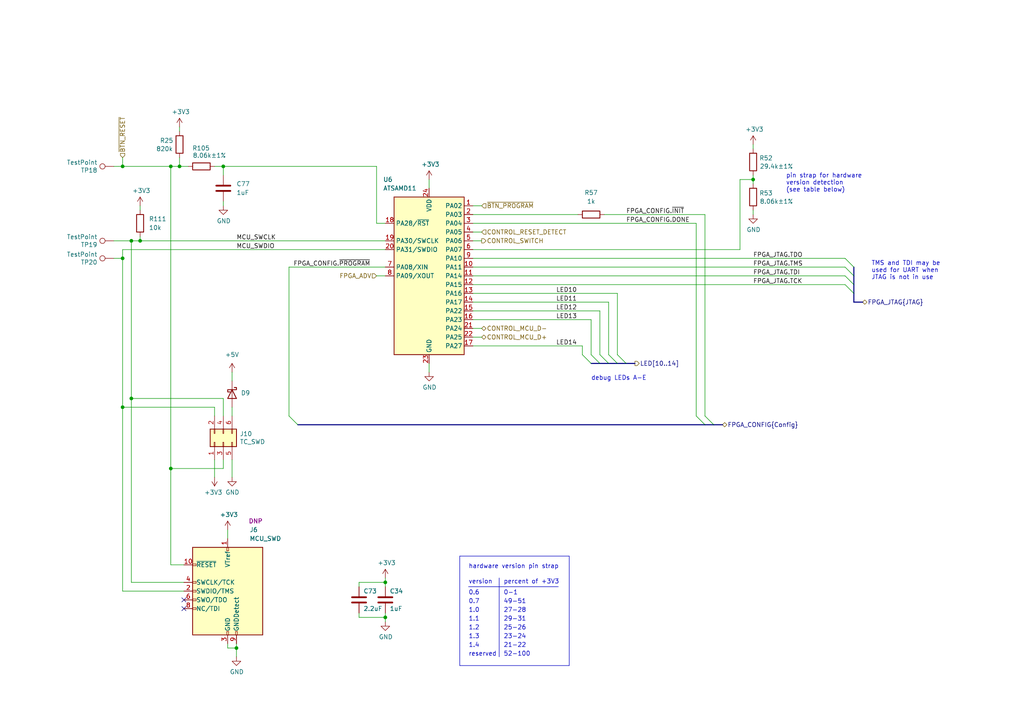
<source format=kicad_sch>
(kicad_sch (version 20230121) (generator eeschema)
  (paper "A4")
  (title_block (title "Cynthion") (date "${DATE}") (rev "${VERSION}") (company "Copyright 2019-2023 Great Scott Gadgets") (comment 1 "Licensed under the CERN-OHL-P v2"))
  (lib_symbols
    (symbol "Connector:Conn_ARM_JTAG_SWD_10" (pin_names (offset 1.016))
      (property "Reference" "J" (at -2.54 16.51 0))
      (property "Value" "Conn_ARM_JTAG_SWD_10" (at -2.54 13.97 0))
      (symbol "Conn_ARM_JTAG_SWD_10_0_1"
        (rectangle (start -10.16 12.7) (end 10.16 -12.7) (stroke (width 0.254)) (fill (type background)))
        (rectangle (start -2.794 -12.7) (end -2.286 -11.684))
        (rectangle (start -0.254 -12.7) (end 0.254 -11.684))
        (rectangle (start -0.254 12.7) (end 0.254 11.684))
        (rectangle (start 9.144 2.286) (end 10.16 2.794))
        (rectangle (start 10.16 -2.794) (end 9.144 -2.286))
        (rectangle (start 10.16 -0.254) (end 9.144 0.254))
        (rectangle (start 10.16 7.874) (end 9.144 7.366))
      )
      (symbol "Conn_ARM_JTAG_SWD_10_1_1"
        (rectangle (start 9.144 -5.334) (end 10.16 -4.826))
        (pin power_in line (at 0 15.24 270) (length 2.54) (name "VTref") (number "1"))
        (pin open_collector line (at 12.7 7.62 180) (length 2.54) (name "~{RESET}") (number "10"))
        (pin bidirectional line (at 12.7 0 180) (length 2.54) (name "SWDIO/TMS") (number "2"))
        (pin power_in line (at 0 -15.24 90) (length 2.54) (name "GND") (number "3"))
        (pin output line (at 12.7 2.54 180) (length 2.54) (name "SWCLK/TCK") (number "4"))
        (pin passive line (at 0 -15.24 90) (length 2.54) hide (name "GND") (number "5"))
        (pin input line (at 12.7 -2.54 180) (length 2.54) (name "SWO/TDO") (number "6"))
        (pin no_connect line (at -10.16 0 0) (length 2.54) hide (name "KEY") (number "7"))
        (pin output line (at 12.7 -5.08 180) (length 2.54) (name "NC/TDI") (number "8"))
        (pin passive line (at -2.54 -15.24 90) (length 2.54) (name "GNDDetect") (number "9"))
      )
    )
    (symbol "Connector:TestPoint" (pin_numbers hide) (pin_names (offset 0.762) hide)
      (property "Reference" "TP" (at 0 6.858 0))
      (property "Value" "TestPoint" (at 0 5.08 0))
      (symbol "TestPoint_0_1"
        (circle (center 0 3.302) (radius 0.762))
      )
      (symbol "TestPoint_1_1"
        (pin passive line (at 0 0 90) (length 2.54) (name "1") (number "1"))
      )
    )
    (symbol "Connector_Generic:Conn_02x03_Odd_Even" (pin_names (offset 1.016) hide)
      (property "Reference" "J" (at 1.27 5.08 0))
      (property "Value" "Conn_02x03_Odd_Even" (at 1.27 -5.08 0))
      (symbol "Conn_02x03_Odd_Even_1_1"
        (rectangle (start -1.27 -2.413) (end 0 -2.667) (stroke (width 0.1524)))
        (rectangle (start -1.27 0.127) (end 0 -0.127) (stroke (width 0.1524)))
        (rectangle (start -1.27 2.667) (end 0 2.413) (stroke (width 0.1524)))
        (rectangle (start -1.27 3.81) (end 3.81 -3.81) (stroke (width 0.254)) (fill (type background)))
        (rectangle (start 3.81 -2.413) (end 2.54 -2.667) (stroke (width 0.1524)))
        (rectangle (start 3.81 0.127) (end 2.54 -0.127) (stroke (width 0.1524)))
        (rectangle (start 3.81 2.667) (end 2.54 2.413) (stroke (width 0.1524)))
        (pin passive line (at -5.08 2.54 0) (length 3.81) (name "Pin_1") (number "1"))
        (pin passive line (at 7.62 2.54 180) (length 3.81) (name "Pin_2") (number "2"))
        (pin passive line (at -5.08 0 0) (length 3.81) (name "Pin_3") (number "3"))
        (pin passive line (at 7.62 0 180) (length 3.81) (name "Pin_4") (number "4"))
        (pin passive line (at -5.08 -2.54 0) (length 3.81) (name "Pin_5") (number "5"))
        (pin passive line (at 7.62 -2.54 180) (length 3.81) (name "Pin_6") (number "6"))
      )
    )
    (symbol "Device:C" (pin_numbers hide) (pin_names (offset 0.254))
      (property "Reference" "C" (at 0.635 2.54 0))
      (property "Value" "C" (at 0.635 -2.54 0))
      (symbol "C_0_1"
        (polyline (pts (xy -2.032 -0.762) (xy 2.032 -0.762)) (stroke (width 0.508)))
        (polyline (pts (xy -2.032 0.762) (xy 2.032 0.762)) (stroke (width 0.508)))
      )
      (symbol "C_1_1"
        (pin passive line (at 0 3.81 270) (length 2.794) (name "~") (number "1"))
        (pin passive line (at 0 -3.81 90) (length 2.794) (name "~") (number "2"))
      )
    )
    (symbol "Device:D_Schottky" (pin_numbers hide) (pin_names (offset 1.016) hide)
      (property "Reference" "D" (at 0 2.54 0))
      (property "Value" "D_Schottky" (at 0 -2.54 0))
      (symbol "D_Schottky_0_1"
        (polyline (pts (xy 1.27 0) (xy -1.27 0)))
        (polyline (pts (xy 1.27 1.27) (xy 1.27 -1.27) (xy -1.27 0) (xy 1.27 1.27)) (stroke (width 0.254)))
        (polyline (pts (xy -1.905 0.635) (xy -1.905 1.27) (xy -1.27 1.27) (xy -1.27 -1.27) (xy -0.635 -1.27) (xy -0.635 -0.635)) (stroke (width 0.254)))
      )
      (symbol "D_Schottky_1_1"
        (pin passive line (at -3.81 0 0) (length 2.54) (name "K") (number "1"))
        (pin passive line (at 3.81 0 180) (length 2.54) (name "A") (number "2"))
      )
    )
    (symbol "Device:R" (pin_numbers hide) (pin_names (offset 0))
      (property "Reference" "R" (at 2.032 0 90))
      (property "Value" "R" (at 0 0 90))
      (symbol "R_0_1"
        (rectangle (start -1.016 -2.54) (end 1.016 2.54) (stroke (width 0.254)))
      )
      (symbol "R_1_1"
        (pin passive line (at 0 3.81 270) (length 1.27) (name "~") (number "1"))
        (pin passive line (at 0 -3.81 90) (length 1.27) (name "~") (number "2"))
      )
    )
    (symbol "MCU_Microchip_SAMD:ATSAMD11D14A-M"
      (property "Reference" "U" (at -10.16 24.13 0))
      (property "Value" "ATSAMD11D14A-M" (at 1.27 24.13 0))
      (symbol "ATSAMD11D14A-M_0_1"
        (rectangle (start -10.16 22.86) (end 10.16 -22.86) (stroke (width 0.254)) (fill (type background)))
      )
      (symbol "ATSAMD11D14A-M_1_1"
        (pin bidirectional line (at 12.7 20.32 180) (length 2.54) (name "PA02") (number "1"))
        (pin bidirectional line (at 12.7 2.54 180) (length 2.54) (name "PA11") (number "10"))
        (pin bidirectional line (at 12.7 0 180) (length 2.54) (name "PA14") (number "11"))
        (pin bidirectional line (at 12.7 -2.54 180) (length 2.54) (name "PA15") (number "12"))
        (pin bidirectional line (at 12.7 -5.08 180) (length 2.54) (name "PA16") (number "13"))
        (pin bidirectional line (at 12.7 -7.62 180) (length 2.54) (name "PA17") (number "14"))
        (pin bidirectional line (at 12.7 -10.16 180) (length 2.54) (name "PA22") (number "15"))
        (pin bidirectional line (at 12.7 -12.7 180) (length 2.54) (name "PA23") (number "16"))
        (pin bidirectional line (at 12.7 -20.32 180) (length 2.54) (name "PA27") (number "17"))
        (pin bidirectional line (at -12.7 15.24 0) (length 2.54) (name "PA28/~{RST}") (number "18"))
        (pin bidirectional line (at -12.7 10.16 0) (length 2.54) (name "PA30/SWCLK") (number "19"))
        (pin bidirectional line (at 12.7 17.78 180) (length 2.54) (name "PA03") (number "2"))
        (pin bidirectional line (at -12.7 7.62 0) (length 2.54) (name "PA31/SWDIO") (number "20"))
        (pin bidirectional line (at 12.7 -15.24 180) (length 2.54) (name "PA24") (number "21"))
        (pin bidirectional line (at 12.7 -17.78 180) (length 2.54) (name "PA25") (number "22"))
        (pin power_in line (at 0 -25.4 90) (length 2.54) (name "GND") (number "23"))
        (pin power_in line (at 0 25.4 270) (length 2.54) (name "VDD") (number "24"))
        (pin bidirectional line (at 12.7 15.24 180) (length 2.54) (name "PA04") (number "3"))
        (pin bidirectional line (at 12.7 12.7 180) (length 2.54) (name "PA05") (number "4"))
        (pin bidirectional line (at 12.7 10.16 180) (length 2.54) (name "PA06") (number "5"))
        (pin bidirectional line (at 12.7 7.62 180) (length 2.54) (name "PA07") (number "6"))
        (pin bidirectional line (at -12.7 2.54 0) (length 2.54) (name "PA08/XIN") (number "7"))
        (pin bidirectional line (at -12.7 0 0) (length 2.54) (name "PA09/XOUT") (number "8"))
        (pin bidirectional line (at 12.7 5.08 180) (length 2.54) (name "PA10") (number "9"))
      )
    )
    (symbol "power:+3V3" (power) (pin_names (offset 0))
      (property "Value" "+3V3" (at 0 3.556 0))
      (symbol "+3V3_0_1"
        (polyline (pts (xy -0.762 1.27) (xy 0 2.54)))
        (polyline (pts (xy 0 0) (xy 0 2.54)))
        (polyline (pts (xy 0 2.54) (xy 0.762 1.27)))
      )
      (symbol "+3V3_1_1"
        (pin power_in line (at 0 0 90) (length 0) hide (name "+3V3") (number "1"))
      )
    )
    (symbol "power:+5V" (power) (pin_names (offset 0))
      (property "Value" "+5V" (at 0 3.556 0))
      (symbol "+5V_0_1"
        (polyline (pts (xy -0.762 1.27) (xy 0 2.54)))
        (polyline (pts (xy 0 0) (xy 0 2.54)))
        (polyline (pts (xy 0 2.54) (xy 0.762 1.27)))
      )
      (symbol "+5V_1_1"
        (pin power_in line (at 0 0 90) (length 0) hide (name "+5V") (number "1"))
      )
    )
    (symbol "power:GND" (power) (pin_names (offset 0))
      (property "Value" "GND" (at 0 -3.81 0))
      (symbol "GND_0_1"
        (polyline (pts (xy 0 0) (xy 0 -1.27) (xy 1.27 -1.27) (xy 0 -2.54) (xy -1.27 -1.27) (xy 0 -1.27)))
      )
      (symbol "GND_1_1"
        (pin power_in line (at 0 0 270) (length 0) hide (name "GND") (number "1"))
      )
    )
  )
  (junction (at 52.07 48.26))
  (junction (at 38.1 69.85))
  (junction (at 38.1 115.57))
  (junction (at 111.76 179.07))
  (junction (at 35.56 48.26))
  (junction (at 218.44 52.07))
  (junction (at 35.56 118.11))
  (junction (at 64.77 48.26))
  (junction (at 40.64 69.85))
  (junction (at 111.76 168.91))
  (junction (at 35.56 74.93))
  (junction (at 68.58 187.96))
  (junction (at 49.53 48.26))
  (junction (at 49.53 135.89))
  (no_connect (at 53.34 173.99))
  (no_connect (at 53.34 176.53))
  (bus_entry (at 245.11 74.93) (size 2.54 2.54))
  (bus_entry (at 179.07 102.87) (size 2.54 2.54))
  (bus_entry (at 168.91 102.87) (size 2.54 2.54))
  (bus_entry (at 204.47 120.65) (size 2.54 2.54))
  (bus_entry (at 176.53 102.87) (size 2.54 2.54))
  (bus_entry (at 245.11 82.55) (size 2.54 2.54))
  (bus_entry (at 171.45 102.87) (size 2.54 2.54))
  (bus_entry (at 245.11 80.01) (size 2.54 2.54))
  (bus_entry (at 83.82 120.65) (size 2.54 2.54))
  (bus_entry (at 245.11 77.47) (size 2.54 2.54))
  (bus_entry (at 201.93 120.65) (size 2.54 2.54))
  (bus_entry (at 173.99 102.87) (size 2.54 2.54))
  (wire (pts (xy 109.22 64.77) (xy 111.76 64.77)))
  (wire (pts (xy 49.53 163.83) (xy 53.34 163.83)))
  (bus (pts (xy 247.65 85.09) (xy 247.65 87.63)))
  (wire (pts (xy 137.16 85.09) (xy 179.07 85.09)))
  (wire (pts (xy 38.1 69.85) (xy 40.64 69.85)))
  (bus (pts (xy 181.61 105.41) (xy 184.15 105.41)))
  (wire (pts (xy 111.76 170.18) (xy 111.76 168.91)))
  (polyline (pts (xy 133.35 161.29) (xy 165.1 161.29)))
  (wire (pts (xy 68.58 187.96) (xy 68.58 190.5)))
  (wire (pts (xy 62.23 120.65) (xy 62.23 118.11)))
  (bus (pts (xy 171.45 105.41) (xy 173.99 105.41)))
  (bus (pts (xy 173.99 105.41) (xy 176.53 105.41)))
  (wire (pts (xy 204.47 62.23) (xy 204.47 120.65)))
  (wire (pts (xy 104.14 168.91) (xy 104.14 170.18)))
  (wire (pts (xy 171.45 92.71) (xy 171.45 102.87)))
  (bus (pts (xy 179.07 105.41) (xy 181.61 105.41)))
  (polyline (pts (xy 133.35 161.29) (xy 133.35 193.04)))
  (wire (pts (xy 83.82 77.47) (xy 83.82 120.65)))
  (wire (pts (xy 137.16 59.69) (xy 139.7 59.69)))
  (bus (pts (xy 86.36 123.19) (xy 204.47 123.19)))
  (wire (pts (xy 176.53 87.63) (xy 176.53 102.87)))
  (wire (pts (xy 218.44 62.23) (xy 218.44 60.96)))
  (wire (pts (xy 67.31 107.95) (xy 67.31 110.49)))
  (bus (pts (xy 247.65 82.55) (xy 247.65 85.09)))
  (polyline (pts (xy 165.1 161.29) (xy 165.1 193.04)))
  (wire (pts (xy 104.14 177.8) (xy 104.14 179.07)))
  (wire (pts (xy 201.93 64.77) (xy 201.93 120.65)))
  (wire (pts (xy 137.16 100.33) (xy 168.91 100.33)))
  (wire (pts (xy 139.7 69.85) (xy 137.16 69.85)))
  (wire (pts (xy 201.93 64.77) (xy 137.16 64.77)))
  (wire (pts (xy 179.07 85.09) (xy 179.07 102.87)))
  (wire (pts (xy 218.44 43.18) (xy 218.44 41.91)))
  (wire (pts (xy 124.46 52.07) (xy 124.46 54.61)))
  (wire (pts (xy 62.23 133.35) (xy 62.23 138.43)))
  (wire (pts (xy 64.77 120.65) (xy 64.77 115.57)))
  (wire (pts (xy 83.82 77.47) (xy 111.76 77.47)))
  (wire (pts (xy 49.53 135.89) (xy 49.53 163.83)))
  (wire (pts (xy 49.53 48.26) (xy 49.53 135.89)))
  (wire (pts (xy 111.76 179.07) (xy 111.76 177.8)))
  (wire (pts (xy 109.22 48.26) (xy 109.22 64.77)))
  (wire (pts (xy 68.58 186.69) (xy 68.58 187.96)))
  (wire (pts (xy 168.91 100.33) (xy 168.91 102.87)))
  (wire (pts (xy 175.26 62.23) (xy 204.47 62.23)))
  (wire (pts (xy 52.07 45.72) (xy 52.07 48.26)))
  (wire (pts (xy 35.56 72.39) (xy 35.56 74.93)))
  (wire (pts (xy 214.63 72.39) (xy 137.16 72.39)))
  (wire (pts (xy 40.64 69.85) (xy 111.76 69.85)))
  (wire (pts (xy 62.23 118.11) (xy 35.56 118.11)))
  (polyline (pts (xy 135.89 170.18) (xy 161.925 170.18)))
  (wire (pts (xy 245.11 80.01) (xy 137.16 80.01)))
  (bus (pts (xy 204.47 123.19) (xy 207.01 123.19)))
  (polyline (pts (xy 165.1 193.04) (xy 133.35 193.04)))
  (wire (pts (xy 137.16 82.55) (xy 245.11 82.55)))
  (wire (pts (xy 66.04 153.67) (xy 66.04 156.21)))
  (wire (pts (xy 139.7 95.25) (xy 137.16 95.25)))
  (wire (pts (xy 33.02 69.85) (xy 38.1 69.85)))
  (wire (pts (xy 124.46 105.41) (xy 124.46 107.95)))
  (wire (pts (xy 33.02 48.26) (xy 35.56 48.26)))
  (wire (pts (xy 111.76 180.34) (xy 111.76 179.07)))
  (wire (pts (xy 137.16 87.63) (xy 176.53 87.63)))
  (bus (pts (xy 247.65 77.47) (xy 247.65 80.01)))
  (wire (pts (xy 137.16 97.79) (xy 139.7 97.79)))
  (wire (pts (xy 218.44 52.07) (xy 218.44 50.8)))
  (wire (pts (xy 64.77 135.89) (xy 49.53 135.89)))
  (wire (pts (xy 67.31 120.65) (xy 67.31 118.11)))
  (wire (pts (xy 111.76 168.91) (xy 111.76 167.64)))
  (wire (pts (xy 218.44 53.34) (xy 218.44 52.07)))
  (bus (pts (xy 247.65 80.01) (xy 247.65 82.55)))
  (wire (pts (xy 173.99 90.17) (xy 173.99 102.87)))
  (wire (pts (xy 109.22 80.01) (xy 111.76 80.01)))
  (wire (pts (xy 64.77 59.69) (xy 64.77 58.42)))
  (wire (pts (xy 66.04 186.69) (xy 66.04 187.96)))
  (wire (pts (xy 66.04 187.96) (xy 68.58 187.96)))
  (wire (pts (xy 62.23 48.26) (xy 64.77 48.26)))
  (wire (pts (xy 137.16 62.23) (xy 167.64 62.23)))
  (wire (pts (xy 214.63 52.07) (xy 214.63 72.39)))
  (wire (pts (xy 35.56 171.45) (xy 53.34 171.45)))
  (wire (pts (xy 40.64 60.96) (xy 40.64 59.69)))
  (wire (pts (xy 137.16 90.17) (xy 173.99 90.17)))
  (wire (pts (xy 38.1 115.57) (xy 38.1 168.91)))
  (wire (pts (xy 40.64 69.85) (xy 40.64 68.58)))
  (wire (pts (xy 52.07 36.83) (xy 52.07 38.1)))
  (wire (pts (xy 137.16 74.93) (xy 245.11 74.93)))
  (wire (pts (xy 35.56 74.93) (xy 35.56 118.11)))
  (wire (pts (xy 67.31 133.35) (xy 67.31 138.43)))
  (wire (pts (xy 35.56 45.72) (xy 35.56 48.26)))
  (bus (pts (xy 176.53 105.41) (xy 179.07 105.41)))
  (wire (pts (xy 139.7 67.31) (xy 137.16 67.31)))
  (wire (pts (xy 137.16 92.71) (xy 171.45 92.71)))
  (wire (pts (xy 218.44 52.07) (xy 214.63 52.07)))
  (polyline (pts (xy 144.78 167.64) (xy 144.78 190.5)))
  (wire (pts (xy 64.77 133.35) (xy 64.77 135.89)))
  (wire (pts (xy 38.1 69.85) (xy 38.1 115.57)))
  (wire (pts (xy 33.02 74.93) (xy 35.56 74.93)))
  (bus (pts (xy 207.01 123.19) (xy 209.55 123.19)))
  (wire (pts (xy 137.16 77.47) (xy 245.11 77.47)))
  (wire (pts (xy 35.56 118.11) (xy 35.56 171.45)))
  (wire (pts (xy 35.56 72.39) (xy 111.76 72.39)))
  (wire (pts (xy 49.53 48.26) (xy 52.07 48.26)))
  (wire (pts (xy 111.76 168.91) (xy 104.14 168.91)))
  (wire (pts (xy 64.77 115.57) (xy 38.1 115.57)))
  (wire (pts (xy 35.56 48.26) (xy 49.53 48.26)))
  (wire (pts (xy 64.77 50.8) (xy 64.77 48.26)))
  (wire (pts (xy 104.14 179.07) (xy 111.76 179.07)))
  (wire (pts (xy 64.77 48.26) (xy 109.22 48.26)))
  (bus (pts (xy 250.19 87.63) (xy 247.65 87.63)))
  (wire (pts (xy 38.1 168.91) (xy 53.34 168.91)))
  (wire (pts (xy 54.61 48.26) (xy 52.07 48.26)))
  (text "1.4" (at 135.89 187.96 0) (effects (font (size 1.27 1.27)) (justify left bottom)))
  (text "debug LEDs A-E" (at 171.45 110.49 0) (effects (font (size 1.27 1.27)) (justify left bottom)))
  (text "reserved" (at 135.89 190.5 0) (effects (font (size 1.27 1.27)) (justify left bottom)))
  (text "27-28" (at 146.05 177.8 0) (effects (font (size 1.27 1.27)) (justify left bottom)))
  (text "52-100" (at 146.05 190.5 0) (effects (font (size 1.27 1.27)) (justify left bottom)))
  (text "version" (at 135.89 169.545 0) (effects (font (size 1.27 1.27)) (justify left bottom)))
  (text "25-26" (at 146.05 182.88 0) (effects (font (size 1.27 1.27)) (justify left bottom)))
  (text "percent of +3V3" (at 146.05 169.545 0) (effects (font (size 1.27 1.27)) (justify left bottom)))
  (text "TMS and TDI may be\nused for UART when\nJTAG is not in use" (at 252.73 81.28 0) (effects (font (size 1.27 1.27)) (justify left bottom)))
  (text "29-31" (at 146.05 180.34 0) (effects (font (size 1.27 1.27)) (justify left bottom)))
  (text "0.6" (at 135.89 172.72 0) (effects (font (size 1.27 1.27)) (justify left bottom)))
  (text "0-1" (at 146.05 172.72 0) (effects (font (size 1.27 1.27)) (justify left bottom)))
  (text "1.0" (at 135.89 177.8 0) (effects (font (size 1.27 1.27)) (justify left bottom)))
  (text "23-24" (at 146.05 185.42 0) (effects (font (size 1.27 1.27)) (justify left bottom)))
  (text "pin strap for hardware\nversion detection\n(see table below)" (at 227.965 55.88 0) (effects (font (size 1.27 1.27)) (justify left bottom)))
  (text "49-51" (at 146.05 175.26 0) (effects (font (size 1.27 1.27)) (justify left bottom)))
  (text "1.2" (at 135.89 182.88 0) (effects (font (size 1.27 1.27)) (justify left bottom)))
  (text "0.7" (at 135.89 175.26 0) (effects (font (size 1.27 1.27)) (justify left bottom)))
  (text "1.3" (at 135.89 185.42 0) (effects (font (size 1.27 1.27)) (justify left bottom)))
  (text "21-22" (at 146.05 187.96 0) (effects (font (size 1.27 1.27)) (justify left bottom)))
  (text "1.1" (at 135.89 180.34 0) (effects (font (size 1.27 1.27)) (justify left bottom)))
  (text "hardware version pin strap" (at 135.89 165.1 0) (effects (font (size 1.27 1.27)) (justify left bottom)))
  (label "LED10" (at 161.29 85.09 0))
  (label "MCU_SWCLK" (at 68.58 69.85 0))
  (label "LED11" (at 161.29 87.63 0))
  (label "FPGA_CONFIG.DONE" (at 181.61 64.77 0))
  (label "MCU_SWDIO" (at 68.58 72.39 0))
  (label "FPGA_CONFIG.~{INIT}" (at 181.61 62.23 0))
  (label "FPGA_JTAG.TMS" (at 218.44 77.47 0))
  (label "FPGA_JTAG.TCK" (at 218.44 82.55 0))
  (label "LED13" (at 161.29 92.71 0))
  (label "FPGA_CONFIG.~{PROGRAM}" (at 85.09 77.47 0))
  (label "FPGA_JTAG.TDO" (at 218.44 74.93 0))
  (label "LED14" (at 161.29 100.33 0))
  (label "LED12" (at 161.29 90.17 0))
  (label "FPGA_JTAG.TDI" (at 218.44 80.01 0))
  (hierarchical_label "~{BTN_PROGRAM}" (shape input) (at 139.7 59.69 0))
  (hierarchical_label "~{BTN_RESET}" (shape input) (at 35.56 45.72 90))
  (hierarchical_label "CONTROL_MCU_D+" (shape bidirectional) (at 139.7 97.79 0))
  (hierarchical_label "FPGA_CONFIG{Config}" (shape bidirectional) (at 209.55 123.19 0))
  (hierarchical_label "CONTROL_MCU_D-" (shape bidirectional) (at 139.7 95.25 0))
  (hierarchical_label "LED[10..14]" (shape output) (at 184.15 105.41 0))
  (hierarchical_label "FPGA_JTAG{JTAG}" (shape bidirectional) (at 250.19 87.63 0))
  (hierarchical_label "CONTROL_SWITCH" (shape output) (at 139.7 69.85 0))
  (hierarchical_label "FPGA_ADV" (shape input) (at 109.22 80.01 180))
  (hierarchical_label "CONTROL_RESET_DETECT" (shape input) (at 139.7 67.31 0))
  (symbol (lib_id "Connector:Conn_ARM_JTAG_SWD_10") (at 66.04 171.45 0) (mirror y) (unit 1)
    (property "Reference" "J6" (at 72.39 153.67 0) (effects (justify right)))
    (property "Value" "MCU_SWD" (at 72.39 156.21 0) (effects (justify right)))
    (property "Footprint" "cynthion:SWD_CONNECTOR_LARGE_BOX" (effects hide))
    (property "Datasheet" "http://infocenter.arm.com/help/topic/com.arm.doc.ddi0314h/DDI0314H_coresight_components_trm.pdf" (effects hide))
    (property "Description" "CONN HEADER VERT 10POS 1.27MM" (effects hide))
    (property "Manufacturer" "Samtec" (effects hide))
    (property "Part Number" "FTSH-105-01-F-D-K" (effects hide))
    (property "DNP" "DNP" (at 76.2 151.13 0) (effects (justify left)))
  )
  (symbol (lib_id "power:GND") (at 68.58 190.5 0) (unit 1)
    (property "Reference" "#PWR0139" (effects hide))
    (property "Value" "GND" (at 68.6816 194.8688 0))
  )
  (symbol (lib_id "power:+3V3") (at 66.04 153.67 0) (unit 1)
    (property "Reference" "#PWR0133" (effects hide))
    (property "Value" "+3V3" (at 66.3956 149.2758 0))
  )
  (symbol (lib_id "Device:C") (at 111.76 173.99 0) (unit 1)
    (property "Reference" "C34" (at 113.03 171.45 0) (effects (justify left)))
    (property "Value" "1uF" (at 113.03 176.53 0) (effects (justify left)))
    (property "Footprint" "Capacitor_SMD:C_0402_1005Metric" (effects hide))
    (property "Part Number" "CL05A105MQ5NNNC" (effects hide))
    (property "Substitution" "CL05A105KQ5NNNC, CL05A105KP5NNNC, CL05A105KO5NNNC" (effects hide))
    (property "Description" "CAP CER 1UF 6.3V X5R 0402 20%" (effects hide))
    (property "Manufacturer" "Samsung" (effects hide))
  )
  (symbol (lib_id "power:GND") (at 111.76 180.34 0) (unit 1)
    (property "Reference" "#PWR0138" (effects hide))
    (property "Value" "GND" (at 111.887 184.7342 0))
  )
  (symbol (lib_id "power:+3V3") (at 111.76 167.64 0) (unit 1)
    (property "Reference" "#PWR0136" (effects hide))
    (property "Value" "+3V3" (at 112.141 163.2458 0))
  )
  (symbol (lib_id "power:GND") (at 124.46 107.95 0) (unit 1)
    (property "Reference" "#PWR0103" (effects hide))
    (property "Value" "GND" (at 124.587 112.3442 0))
  )
  (symbol (lib_id "Device:R") (at 52.07 41.91 0) (mirror y) (unit 1)
    (property "Reference" "R25" (at 50.292 40.767 0) (effects (justify left)))
    (property "Value" "820k" (at 50.165 43.18 0) (effects (justify left)))
    (property "Footprint" "Resistor_SMD:R_0402_1005Metric" (effects hide))
    (property "Part Number" "RC0402JR-07820KL" (effects hide))
    (property "Substitution" "any equivalent" (effects hide))
    (property "Description" "RES 820K OHM 5% 1/16W 0402" (effects hide))
    (property "Manufacturer" "Yageo" (effects hide))
  )
  (symbol (lib_id "power:+3V3") (at 52.07 36.83 0) (unit 1)
    (property "Reference" "#PWR09" (effects hide))
    (property "Value" "+3V3" (at 52.4256 32.4358 0))
  )
  (symbol (lib_id "MCU_Microchip_SAMD:ATSAMD11D14A-M") (at 124.46 80.01 0) (unit 1)
    (property "Reference" "U6" (at 111.125 52.07 0) (effects (justify left)))
    (property "Value" "ATSAMD11" (at 111.125 54.61 0) (effects (justify left)))
    (property "Footprint" "Package_DFN_QFN:QFN-24-1EP_4x4mm_P0.5mm_EP2.6x2.6mm" (effects hide))
    (property "Datasheet" "http://ww1.microchip.com/downloads/en/DeviceDoc/Atmel-42363-SAM-D11_Datasheet.pdf" (effects hide))
    (property "Description" "IC MCU 32BIT 16KB FLASH 24QFN" (effects hide))
    (property "Manufacturer" "Microchip" (effects hide))
    (property "Part Number" "ATSAMD11D14A-MUT" (effects hide))
    (property "Substitution" "ATSAMD11D14A-MNT" (effects hide))
  )
  (symbol (lib_id "power:+3V3") (at 124.46 52.07 0) (unit 1)
    (property "Reference" "#PWR044" (effects hide))
    (property "Value" "+3V3" (at 124.841 47.6758 0))
  )
  (symbol (lib_id "Connector_Generic:Conn_02x03_Odd_Even") (at 64.77 128.27 90) (unit 1) (in_bom no)
    (property "Reference" "J10" (at 69.5452 125.8316 90) (effects (justify right)))
    (property "Value" "TC_SWD" (at 69.5452 128.143 90) (effects (justify right)))
    (property "Footprint" "Connector:Tag-Connect_TC2030-IDC-FP_2x03_P1.27mm_Vertical" (effects hide))
    (property "Datasheet" "https://www.tag-connect.com/wp-content/uploads/bsk-pdf-manager/TC2030-CTX_1.pdf" (effects hide))
    (property "Manufacturer" "Tag-Connect" (effects hide))
    (property "Part Number" "TC2030-CTX" (effects hide))
    (property "Substitution" "TC2030-IDC" (effects hide))
    (property "Description" "CABLE ADAPTER 6 POS" (effects hide))
  )
  (symbol (lib_id "power:+3V3") (at 62.23 138.43 180) (unit 1)
    (property "Reference" "#PWR0112" (effects hide))
    (property "Value" "+3V3" (at 61.8744 142.8242 0))
  )
  (symbol (lib_id "power:GND") (at 67.31 138.43 0) (unit 1)
    (property "Reference" "#PWR0131" (effects hide))
    (property "Value" "GND" (at 67.4116 142.7988 0))
  )
  (symbol (lib_id "power:+5V") (at 67.31 107.95 0) (unit 1)
    (property "Reference" "#PWR096" (effects hide))
    (property "Value" "+5V" (at 67.31 102.87 0))
  )
  (symbol (lib_id "Device:D_Schottky") (at 67.31 114.3 270) (unit 1)
    (property "Reference" "D9" (at 69.85 113.9825 90) (effects (justify left)))
    (property "Value" "SCHOTTKY" (effects hide))
    (property "Footprint" "cynthion:DSN1006-2" (effects hide))
    (property "Datasheet" "https://assets.nexperia.com/documents/data-sheet/PMEG4010ESB.pdf" (effects hide))
    (property "Manufacturer" "Nexperia" (effects hide))
    (property "Part Number" "PMEG4010ESBYL" (effects hide))
    (property "Description" "DIODE SCHOTTKY 40V 1A DSN1006-2" (effects hide))
    (property "Substitution" "Diodes Inc. BAT54LP-7, Micro Commercial SM5819L2-TP" (effects hide))
  )
  (symbol (lib_id "Connector:TestPoint") (at 33.02 74.93 90) (unit 1) (in_bom no)
    (property "Reference" "TP20" (at 28.2702 76.073 90) (effects (justify left)))
    (property "Value" "TestPoint" (at 28.2702 73.787 90) (effects (justify left)))
    (property "Footprint" "TestPoint:TestPoint_Pad_D1.0mm" (effects hide))
  )
  (symbol (lib_id "Connector:TestPoint") (at 33.02 69.85 90) (unit 1) (in_bom no)
    (property "Reference" "TP19" (at 28.2702 70.993 90) (effects (justify left)))
    (property "Value" "TestPoint" (at 28.2702 68.707 90) (effects (justify left)))
    (property "Footprint" "TestPoint:TestPoint_Pad_D1.0mm" (effects hide))
  )
  (symbol (lib_id "Connector:TestPoint") (at 33.02 48.26 90) (unit 1) (in_bom no)
    (property "Reference" "TP18" (at 28.2702 49.403 90) (effects (justify left)))
    (property "Value" "TestPoint" (at 28.2702 47.117 90) (effects (justify left)))
    (property "Footprint" "TestPoint:TestPoint_Pad_D1.0mm" (effects hide))
  )
  (symbol (lib_id "Device:R") (at 171.45 62.23 270) (unit 1)
    (property "Reference" "R57" (at 171.45 55.88 90))
    (property "Value" "1k" (at 171.45 58.42 90))
    (property "Footprint" "Resistor_SMD:R_0402_1005Metric" (effects hide))
    (property "Part Number" "RC0402JR-071KL" (effects hide))
    (property "Substitution" "any equivalent" (effects hide))
    (property "Description" "RES 1K OHM 5% 1/16W 0402" (effects hide))
    (property "Manufacturer" "Yageo" (effects hide))
    (instances (project "cynthion" (path "" (reference "R57") (unit 1)) (path "" (reference "R118") (unit 1))))
  )
  (symbol (lib_id "Device:R") (at 40.64 64.77 0) (unit 1)
    (property "Reference" "R111" (at 43.18 63.5 0) (effects (justify left)))
    (property "Value" "10k" (at 43.18 66.04 0) (effects (justify left)))
    (property "Footprint" "Resistor_SMD:R_0402_1005Metric" (effects hide))
    (property "Part Number" "RC0402JR-0710KL" (effects hide))
    (property "Substitution" "any equivalent" (effects hide))
    (property "Description" "RES 10K OHM 5% 1/16W 0402" (effects hide))
    (property "Manufacturer" "Yageo" (effects hide))
  )
  (symbol (lib_id "power:+3V3") (at 218.44 41.91 0) (unit 1)
    (property "Reference" "#PWR041" (effects hide))
    (property "Value" "+3V3" (at 218.821 37.5158 0))
  )
  (symbol (lib_id "power:GND") (at 218.44 62.23 0) (unit 1)
    (property "Reference" "#PWR049" (effects hide))
    (property "Value" "GND" (at 218.567 66.6242 0))
  )
  (symbol (lib_id "Device:R") (at 218.44 57.15 0) (unit 1)
    (property "Reference" "R53" (at 220.218 56.007 0) (effects (justify left)))
    (property "Value" "8.06k±1%" (at 220.345 58.42 0) (effects (justify left)))
    (property "Footprint" "Resistor_SMD:R_0402_1005Metric" (effects hide))
    (property "Part Number" "ERJ-2RKF8061X" (effects hide))
    (property "Substitution" "any equivalent" (effects hide))
    (property "Description" "RES SMD 8.06K OHM 1% 1/10W 0402" (effects hide))
    (property "Manufacturer" "Panasonic" (effects hide))
  )
  (symbol (lib_id "Device:C") (at 64.77 54.61 0) (unit 1)
    (property "Reference" "C77" (at 68.58 53.34 0) (effects (justify left)))
    (property "Value" "1uF" (at 68.58 55.88 0) (effects (justify left)))
    (property "Footprint" "Capacitor_SMD:C_0402_1005Metric" (effects hide))
    (property "Part Number" "CL05A105MQ5NNNC" (effects hide))
    (property "Substitution" "CL05A105KQ5NNNC, CL05A105KP5NNNC, CL05A105KO5NNNC" (effects hide))
    (property "Description" "CAP CER 1UF 6.3V X5R 0402 20%" (effects hide))
    (property "Manufacturer" "Samsung" (effects hide))
  )
  (symbol (lib_id "power:GND") (at 64.77 59.69 0) (unit 1)
    (property "Reference" "#PWR048" (effects hide))
    (property "Value" "GND" (at 64.897 64.0842 0))
  )
  (symbol (lib_id "Device:C") (at 104.14 173.99 0) (unit 1)
    (property "Reference" "C73" (at 105.41 171.45 0) (effects (justify left)))
    (property "Value" "2.2uF" (at 105.41 176.53 0) (effects (justify left)))
    (property "Footprint" "Capacitor_SMD:C_0603_1608Metric" (effects hide))
    (property "Description" "CAP CER 2.2UF 10V X5R 0603" (effects hide))
    (property "Manufacturer" "Samsung" (effects hide))
    (property "Part Number" "CL10A225KP8NNNC" (effects hide))
    (property "Substitution" "any equivalent" (effects hide))
  )
  (symbol (lib_id "Device:R") (at 58.42 48.26 90) (unit 1)
    (property "Reference" "R105" (at 55.753 42.9772 90) (effects (justify right)))
    (property "Value" "8.06k±1%" (at 55.88 45.085 90) (effects (justify right)))
    (property "Footprint" "Resistor_SMD:R_0402_1005Metric" (effects hide))
    (property "Description" "RES SMD 8.06K OHM 1% 1/10W 0402" (effects hide))
    (property "Manufacturer" "Panasonic" (effects hide))
    (property "Part Number" "ERJ-2RKF8061X" (effects hide))
    (property "Substitution" "any equivalent" (effects hide))
  )
  (symbol (lib_id "Device:R") (at 218.44 46.99 0) (unit 1)
    (property "Reference" "R52" (at 220.218 45.847 0) (effects (justify left)))
    (property "Value" "29.4k±1%" (at 220.345 48.26 0) (effects (justify left)))
    (property "Footprint" "Resistor_SMD:R_0402_1005Metric" (effects hide))
    (property "Part Number" "RC0402FR-0729K4L" (effects hide))
    (property "Substitution" "any equivalent" (effects hide))
    (property "Description" "RES 29.4K OHM 1% 1/16W 0402" (effects hide))
    (property "Manufacturer" "Yageo" (effects hide))
  )
  (symbol (lib_id "power:+3V3") (at 40.64 59.69 0) (unit 1)
    (property "Reference" "#PWR045" (effects hide))
    (property "Value" "+3V3" (at 40.9956 55.2958 0))
  )
)
</source>
